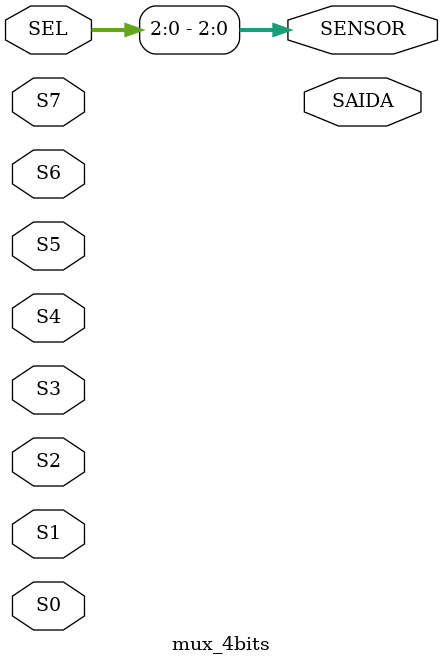
<source format=sv>
module mux_4bits (
    input logic [3:0] S0, S1, S2, S3, S4, S5, S6, S7,
    input logic [2:0] SEL,
    output logic [3:0] SAIDA, SENSOR);
  
    always_comb begin
    
        case (SEL)
            0:
                begin
                    SAIDA <= S0;
                end
            1:
                begin
                    SAIDA <= S1;
                end
            2:
                begin
                    SAIDA <= S2;
                end
            3:
                begin
                    SAIDA <= S3;
                end
            4:
                begin
                    SAIDA <= S4;
                end
            5:
                begin
                    SAIDA <= S5;
                end
            6:
                begin
                    SAIDA <= S6;
                end
            7:
                begin
                    SAIDA <= S7;
                end
        endcase
        SEL <= SENSOR;
    end
endmodule
</source>
